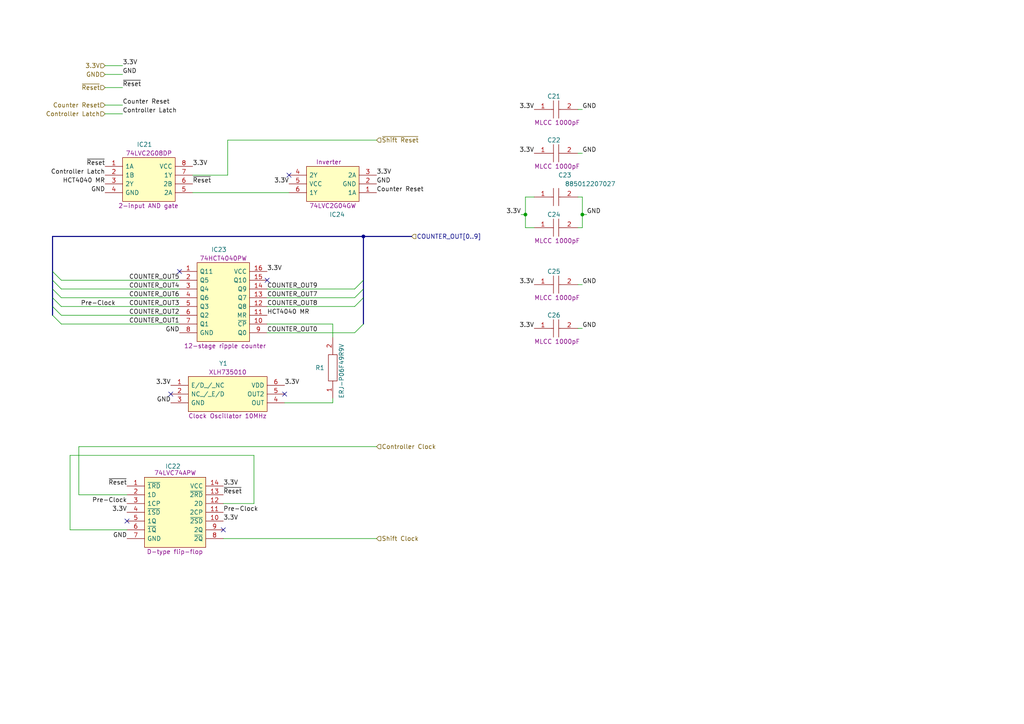
<source format=kicad_sch>
(kicad_sch (version 20230121) (generator eeschema)
  (paper "A4")
  (lib_symbols
    (symbol "Nexperia:74HCT4040PW,118" (pin_names (offset 0.762))
      (property "Reference" "IC" (at 11.43 6.35 0))
      (property "Description" "12-stage ripple counter" (at 1.27 -21.59 0))
      (property "Silk" "74HCT4040PW" (at 12.7 3.81 0))
      (symbol "74HCT4040PW,118_0_0"
        (pin passive line (at 0 0 0) (length 5.08) (name "Q11") (number "1"))
        (pin passive line (at 25.4 -15.24 180) (length 5.08) (name "~{CP}") (number "10"))
        (pin passive line (at 25.4 -12.7 180) (length 5.08) (name "MR") (number "11"))
        (pin passive line (at 25.4 -10.16 180) (length 5.08) (name "Q8") (number "12"))
        (pin passive line (at 25.4 -7.62 180) (length 5.08) (name "Q7") (number "13"))
        (pin passive line (at 25.4 -5.08 180) (length 5.08) (name "Q9") (number "14"))
        (pin passive line (at 25.4 -2.54 180) (length 5.08) (name "Q10") (number "15"))
        (pin passive line (at 25.4 0 180) (length 5.08) (name "VCC") (number "16"))
        (pin passive line (at 0 -2.54 0) (length 5.08) (name "Q5") (number "2"))
        (pin passive line (at 0 -5.08 0) (length 5.08) (name "Q4") (number "3"))
        (pin passive line (at 0 -7.62 0) (length 5.08) (name "Q6") (number "4"))
        (pin passive line (at 0 -10.16 0) (length 5.08) (name "Q3") (number "5"))
        (pin passive line (at 0 -12.7 0) (length 5.08) (name "Q2") (number "6"))
        (pin passive line (at 0 -15.24 0) (length 5.08) (name "Q1") (number "7"))
        (pin passive line (at 0 -17.78 0) (length 5.08) (name "GND") (number "8"))
        (pin passive line (at 25.4 -17.78 180) (length 5.08) (name "Q0") (number "9"))
      )
      (symbol "74HCT4040PW,118_0_1"
        (polyline (pts (xy 5.08 2.54) (xy 20.32 2.54) (xy 20.32 -20.32) (xy 5.08 -20.32) (xy 5.08 2.54)) (stroke (width 0.1524)) (fill (type background)))
      )
    )
    (symbol "Nexperia:74LVC2G04GW-Q100H" (pin_names (offset 0.762))
      (property "Reference" "IC" (at 11.43 6.35 0))
      (property "Description" "Inverter" (at 10.16 -8.89 0))
      (property "Silk" "74LVC2G04GW" (at 12.7 3.81 0))
      (symbol "74LVC2G04GW-Q100H_0_0"
        (pin passive line (at 0 0 0) (length 5.08) (name "1A") (number "1"))
        (pin passive line (at 0 -2.54 0) (length 5.08) (name "GND") (number "2"))
        (pin passive line (at 0 -5.08 0) (length 5.08) (name "2A") (number "3"))
        (pin passive line (at 25.4 -5.08 180) (length 5.08) (name "2Y") (number "4"))
        (pin passive line (at 25.4 -2.54 180) (length 5.08) (name "VCC") (number "5"))
        (pin passive line (at 25.4 0 180) (length 5.08) (name "1Y") (number "6"))
      )
      (symbol "74LVC2G04GW-Q100H_0_1"
        (polyline (pts (xy 5.08 2.54) (xy 20.32 2.54) (xy 20.32 -7.62) (xy 5.08 -7.62) (xy 5.08 2.54)) (stroke (width 0.1524)) (fill (type background)))
      )
    )
    (symbol "Nexperia:74LVC2G08DP-Q100H" (pin_names (offset 0.762))
      (property "Reference" "IC" (at 11.43 6.35 0))
      (property "Description" "2-input AND gate" (at 3.81 -11.43 0))
      (property "Silk" "74LVC2G08DP" (at 12.7 3.81 0))
      (symbol "74LVC2G08DP-Q100H_0_0"
        (pin passive line (at 0 0 0) (length 5.08) (name "1A") (number "1"))
        (pin passive line (at 0 -2.54 0) (length 5.08) (name "1B") (number "2"))
        (pin passive line (at 0 -5.08 0) (length 5.08) (name "2Y") (number "3"))
        (pin passive line (at 0 -7.62 0) (length 5.08) (name "GND") (number "4"))
        (pin passive line (at 25.4 -7.62 180) (length 5.08) (name "2A") (number "5"))
        (pin passive line (at 25.4 -5.08 180) (length 5.08) (name "2B") (number "6"))
        (pin passive line (at 25.4 -2.54 180) (length 5.08) (name "1Y") (number "7"))
        (pin passive line (at 25.4 0 180) (length 5.08) (name "VCC") (number "8"))
      )
      (symbol "74LVC2G08DP-Q100H_0_1"
        (polyline (pts (xy 5.08 2.54) (xy 20.32 2.54) (xy 20.32 -10.16) (xy 5.08 -10.16) (xy 5.08 2.54)) (stroke (width 0.1524)) (fill (type background)))
      )
    )
    (symbol "Nexperia:74LVC74APW,118" (pin_names (offset 0.762))
      (property "Reference" "IC" (at 13.335 5.715 0))
      (property "Description" "D-type flip-flop" (at 5.715 -19.05 0))
      (property "Silk" "74LVC74APW" (at 13.97 3.81 0))
      (symbol "74LVC74APW,118_0_0"
        (pin passive line (at 0 0 0) (length 5.08) (name "~{1RD}") (number "1"))
        (pin passive line (at 27.94 -10.16 180) (length 5.08) (name "~{2SD}") (number "10"))
        (pin passive line (at 27.94 -7.62 180) (length 5.08) (name "2CP") (number "11"))
        (pin passive line (at 27.94 -5.08 180) (length 5.08) (name "2D") (number "12"))
        (pin passive line (at 27.94 -2.54 180) (length 5.08) (name "~{2RD}") (number "13"))
        (pin passive line (at 27.94 0 180) (length 5.08) (name "VCC") (number "14"))
        (pin passive line (at 0 -2.54 0) (length 5.08) (name "1D") (number "2"))
        (pin passive line (at 0 -5.08 0) (length 5.08) (name "1CP") (number "3"))
        (pin passive line (at 0 -7.62 0) (length 5.08) (name "~{1SD}") (number "4"))
        (pin passive line (at 0 -10.16 0) (length 5.08) (name "1Q") (number "5"))
        (pin passive line (at 0 -12.7 0) (length 5.08) (name "~{1Q}") (number "6"))
        (pin passive line (at 0 -15.24 0) (length 5.08) (name "GND") (number "7"))
        (pin passive line (at 27.94 -15.24 180) (length 5.08) (name "~{2Q}") (number "8"))
        (pin passive line (at 27.94 -12.7 180) (length 5.08) (name "2Q") (number "9"))
      )
      (symbol "74LVC74APW,118_0_1"
        (polyline (pts (xy 5.08 2.54) (xy 22.86 2.54) (xy 22.86 -17.78) (xy 5.08 -17.78) (xy 5.08 2.54)) (stroke (width 0.1524)) (fill (type background)))
      )
    )
    (symbol "Panasonic:ERJ-P06F49R9V" (pin_names (offset 0.762))
      (property "Reference" "R" (at 13.97 6.35 0))
      (property "Value" "ERJ-P06F49R9V" (at 13.97 3.81 0))
      (symbol "ERJ-P06F49R9V_0_0"
        (pin passive line (at 0 0 0) (length 5.08) (name "~") (number "1"))
        (pin passive line (at 17.78 0 180) (length 5.08) (name "~") (number "2"))
      )
      (symbol "ERJ-P06F49R9V_0_1"
        (polyline (pts (xy 5.08 1.27) (xy 12.7 1.27) (xy 12.7 -1.27) (xy 5.08 -1.27) (xy 5.08 1.27)) (stroke (width 0.1524)))
      )
    )
    (symbol "Renesas:XLH735010.000000X" (pin_names (offset 0.762))
      (property "Reference" "Y" (at 15.24 6.35 0))
      (property "Description" "Clock Oscillator 10MHz" (at 5.08 -8.89 0))
      (property "Silk" "XLH735010" (at 16.51 3.81 0))
      (symbol "XLH735010.000000X_0_0"
        (pin passive line (at 0 0 0) (length 5.08) (name "E/D_/_NC") (number "1"))
        (pin passive line (at 0 -2.54 0) (length 5.08) (name "NC_/_E/D") (number "2"))
        (pin passive line (at 0 -5.08 0) (length 5.08) (name "GND") (number "3"))
        (pin passive line (at 33.02 -5.08 180) (length 5.08) (name "OUT") (number "4"))
        (pin passive line (at 33.02 -2.54 180) (length 5.08) (name "OUT2") (number "5"))
        (pin passive line (at 33.02 0 180) (length 5.08) (name "VDD") (number "6"))
      )
      (symbol "XLH735010.000000X_0_1"
        (polyline (pts (xy 5.08 2.54) (xy 27.94 2.54) (xy 27.94 -7.62) (xy 5.08 -7.62) (xy 5.08 2.54)) (stroke (width 0.1524)) (fill (type background)))
      )
    )
    (symbol "Wurth_Elektronik:885012207027" (pin_names (offset 0.762))
      (property "Reference" "C" (at 8.89 6.35 0))
      (property "Value" "885012207027" (at 8.89 3.81 0))
      (symbol "885012207027_0_0"
        (pin passive line (at 0 0 0) (length 5.08) (name "~") (number "1"))
        (pin passive line (at 12.7 0 180) (length 5.08) (name "~") (number "2"))
      )
      (symbol "885012207027_0_1"
        (polyline (pts (xy 5.08 0) (xy 5.588 0)) (stroke (width 0.1524)))
        (polyline (pts (xy 5.588 2.54) (xy 5.588 -2.54)) (stroke (width 0.1524)))
        (polyline (pts (xy 7.112 0) (xy 7.62 0)) (stroke (width 0.1524)))
        (polyline (pts (xy 7.112 2.54) (xy 7.112 -2.54)) (stroke (width 0.1524)))
      )
    )
    (symbol "Wurth_Elektronik:885012207033" (pin_names (offset 0.762))
      (property "Reference" "C" (at 5.715 3.81 0))
      (property "Description" "MLCC 1000pF" (at 0 -3.81 0))
      (symbol "885012207033_0_0"
        (pin passive line (at 0 0 0) (length 5.08) (name "~") (number "1"))
        (pin passive line (at 12.7 0 180) (length 5.08) (name "~") (number "2"))
      )
      (symbol "885012207033_0_1"
        (polyline (pts (xy 5.08 0) (xy 5.588 0)) (stroke (width 0.1524)))
        (polyline (pts (xy 5.588 2.54) (xy 5.588 -2.54)) (stroke (width 0.1524)))
        (polyline (pts (xy 7.112 0) (xy 7.62 0)) (stroke (width 0.1524)))
        (polyline (pts (xy 7.112 2.54) (xy 7.112 -2.54)) (stroke (width 0.1524)))
      )
    )
  )
  (junction (at 152.4 62.23))
  (junction (at 105.41 68.58))
  (junction (at 168.91 62.23))
  (no_connect (at 52.07 78.74))
  (no_connect (at 77.47 81.28))
  (no_connect (at 36.83 151.13))
  (no_connect (at 64.77 153.67))
  (no_connect (at 49.53 114.3))
  (no_connect (at 82.55 114.3))
  (no_connect (at 83.82 50.8))
  (bus_entry (at 17.78 93.98) (size -2.54 -2.54))
  (bus_entry (at 105.41 93.98) (size -2.54 2.54))
  (bus_entry (at 105.41 86.36) (size -2.54 2.54))
  (bus_entry (at 105.41 81.28) (size -2.54 2.54))
  (bus_entry (at 105.41 83.82) (size -2.54 2.54))
  (bus_entry (at 17.78 81.28) (size -2.54 -2.54))
  (bus_entry (at 17.78 88.9) (size -2.54 -2.54))
  (bus_entry (at 17.78 91.44) (size -2.54 -2.54))
  (bus_entry (at 17.78 86.36) (size -2.54 -2.54))
  (bus_entry (at 17.78 83.82) (size -2.54 -2.54))
  (wire (pts (xy 36.83 143.51) (xy 22.86 143.51)))
  (bus (pts (xy 15.24 86.36) (xy 15.24 88.9)))
  (wire (pts (xy 22.86 129.54) (xy 109.22 129.54)))
  (bus (pts (xy 15.24 78.74) (xy 15.24 81.28)))
  (wire (pts (xy 77.47 93.98) (xy 96.52 93.98)))
  (bus (pts (xy 15.24 83.82) (xy 15.24 86.36)))
  (wire (pts (xy 73.66 132.08) (xy 73.66 146.05)))
  (bus (pts (xy 119.38 68.58) (xy 105.41 68.58)))
  (wire (pts (xy 64.77 156.21) (xy 109.22 156.21)))
  (wire (pts (xy 17.78 81.28) (xy 52.07 81.28)))
  (wire (pts (xy 154.94 66.04) (xy 152.4 66.04)))
  (wire (pts (xy 66.04 40.64) (xy 109.22 40.64)))
  (wire (pts (xy 66.04 50.8) (xy 66.04 40.64)))
  (wire (pts (xy 30.48 30.48) (xy 35.56 30.48)))
  (wire (pts (xy 168.91 57.15) (xy 167.64 57.15)))
  (bus (pts (xy 105.41 86.36) (xy 105.41 93.98)))
  (wire (pts (xy 30.48 21.59) (xy 35.56 21.59)))
  (bus (pts (xy 105.41 83.82) (xy 105.41 81.28)))
  (wire (pts (xy 77.47 96.52) (xy 102.87 96.52)))
  (wire (pts (xy 77.47 88.9) (xy 102.87 88.9)))
  (wire (pts (xy 30.48 25.4) (xy 35.56 25.4)))
  (wire (pts (xy 22.86 143.51) (xy 22.86 129.54)))
  (wire (pts (xy 96.52 116.84) (xy 82.55 116.84)))
  (wire (pts (xy 167.64 31.75) (xy 168.91 31.75)))
  (wire (pts (xy 96.52 93.98) (xy 96.52 97.79)))
  (wire (pts (xy 17.78 83.82) (xy 52.07 83.82)))
  (wire (pts (xy 96.52 115.57) (xy 96.52 116.84)))
  (wire (pts (xy 17.78 91.44) (xy 52.07 91.44)))
  (bus (pts (xy 15.24 81.28) (xy 15.24 83.82)))
  (wire (pts (xy 36.83 153.67) (xy 20.32 153.67)))
  (wire (pts (xy 152.4 57.15) (xy 154.94 57.15)))
  (wire (pts (xy 77.47 86.36) (xy 102.87 86.36)))
  (bus (pts (xy 105.41 81.28) (xy 105.41 68.58)))
  (wire (pts (xy 77.47 83.82) (xy 102.87 83.82)))
  (wire (pts (xy 167.64 44.45) (xy 168.91 44.45)))
  (wire (pts (xy 20.32 153.67) (xy 20.32 132.08)))
  (wire (pts (xy 73.66 146.05) (xy 64.77 146.05)))
  (wire (pts (xy 55.88 50.8) (xy 66.04 50.8)))
  (wire (pts (xy 55.88 55.88) (xy 83.82 55.88)))
  (wire (pts (xy 167.64 82.55) (xy 168.91 82.55)))
  (wire (pts (xy 168.91 62.23) (xy 170.18 62.23)))
  (bus (pts (xy 105.41 86.36) (xy 105.41 83.82)))
  (wire (pts (xy 167.64 66.04) (xy 168.91 66.04)))
  (bus (pts (xy 105.41 68.58) (xy 15.24 68.58)))
  (wire (pts (xy 30.48 19.05) (xy 35.56 19.05)))
  (bus (pts (xy 15.24 68.58) (xy 15.24 78.74)))
  (wire (pts (xy 167.64 95.25) (xy 168.91 95.25)))
  (wire (pts (xy 17.78 86.36) (xy 52.07 86.36)))
  (wire (pts (xy 17.78 88.9) (xy 52.07 88.9)))
  (wire (pts (xy 151.13 62.23) (xy 152.4 62.23)))
  (bus (pts (xy 15.24 88.9) (xy 15.24 91.44)))
  (wire (pts (xy 17.78 93.98) (xy 52.07 93.98)))
  (wire (pts (xy 168.91 62.23) (xy 168.91 66.04)))
  (wire (pts (xy 20.32 132.08) (xy 73.66 132.08)))
  (wire (pts (xy 152.4 62.23) (xy 152.4 57.15)))
  (wire (pts (xy 152.4 66.04) (xy 152.4 62.23)))
  (wire (pts (xy 168.91 57.15) (xy 168.91 62.23)))
  (wire (pts (xy 30.48 33.02) (xy 35.56 33.02)))
  (label "COUNTER_OUT8" (at 77.47 88.9 0))
  (label "COUNTER_OUT0" (at 77.47 96.52 0))
  (label "GND" (at 170.18 62.23 0))
  (label "COUNTER_OUT2" (at 52.07 91.44 180))
  (label "~{Reset}" (at 55.88 53.34 0))
  (label "3.3V" (at 83.82 53.34 180))
  (label "3.3V" (at 64.77 151.13 0))
  (label "GND" (at 49.53 116.84 180))
  (label "3.3V" (at 55.88 48.26 0))
  (label "COUNTER_OUT9" (at 77.47 83.82 0))
  (label "Counter Reset" (at 109.22 55.88 0))
  (label "GND" (at 35.56 21.59 0))
  (label "COUNTER_OUT1" (at 52.07 93.98 180))
  (label "HCT4040 MR" (at 30.48 53.34 180))
  (label "~{Reset}" (at 36.83 140.97 180))
  (label "COUNTER_OUT3" (at 52.07 88.9 180))
  (label "3.3V" (at 154.94 31.75 180))
  (label "3.3V" (at 154.94 95.25 180))
  (label "GND" (at 168.91 44.45 0))
  (label "Controller Latch" (at 35.56 33.02 0))
  (label "3.3V" (at 109.22 50.8 0))
  (label "~{Reset}" (at 35.56 25.4 0))
  (label "GND" (at 36.83 156.21 180))
  (label "3.3V" (at 36.83 148.59 180))
  (label "3.3V" (at 77.47 78.74 0))
  (label "COUNTER_OUT5" (at 52.07 81.28 180))
  (label "GND" (at 109.22 53.34 0))
  (label "GND" (at 168.91 82.55 0))
  (label "3.3V" (at 154.94 44.45 180))
  (label "COUNTER_OUT7" (at 77.47 86.36 0))
  (label "COUNTER_OUT6" (at 52.07 86.36 180))
  (label "Pre-Clock" (at 36.83 146.05 180))
  (label "3.3V" (at 64.77 140.97 0))
  (label "~{Reset}" (at 30.48 48.26 180))
  (label "GND" (at 30.48 55.88 180))
  (label "Pre-Clock" (at 33.528 88.9 180))
  (label "COUNTER_OUT4" (at 52.07 83.82 180))
  (label "3.3V" (at 154.94 82.55 180))
  (label "~{Reset}" (at 64.77 143.51 0))
  (label "GND" (at 52.07 96.52 180))
  (label "Pre-Clock" (at 64.77 148.59 0))
  (label "GND" (at 168.91 31.75 0))
  (label "3.3V" (at 151.13 62.23 180))
  (label "HCT4040 MR" (at 77.47 91.44 0))
  (label "Controller Latch" (at 30.48 50.8 180))
  (label "3.3V" (at 82.55 111.76 0))
  (label "Counter Reset" (at 35.56 30.48 0))
  (label "GND" (at 168.91 95.25 0))
  (label "3.3V" (at 35.56 19.05 0))
  (label "3.3V" (at 49.53 111.76 180))
  (hierarchical_label "GND" (shape input) (at 30.48 21.59 180))
  (hierarchical_label "~{Reset}" (shape input) (at 30.48 25.4 180))
  (hierarchical_label "3.3V" (shape input) (at 30.48 19.05 180))
  (hierarchical_label "Controller Latch" (shape input) (at 30.48 33.02 180))
  (hierarchical_label "Controller Clock" (shape input) (at 109.22 129.54 0))
  (hierarchical_label "COUNTER_OUT[0..9]" (shape input) (at 119.38 68.58 0))
  (hierarchical_label "~{Shift Reset}" (shape input) (at 109.22 40.64 0))
  (hierarchical_label "Shift Clock" (shape input) (at 109.22 156.21 0))
  (hierarchical_label "Counter Reset" (shape input) (at 30.48 30.48 180))
  (symbol (lib_id "Nexperia:74LVC2G08DP-Q100H") (at 30.48 48.26 0) (unit 1)
    (property "Reference" "IC21" (at 41.91 41.91 0))
    (property "Value" "74LVC2G08DP-Q100H" (effects hide))
    (property "Footprint" "SOP65P400X110-8N" (effects hide))
    (property "Datasheet" "https://assets.nexperia.com/documents/data-sheet/74LVC2G08_Q100.pdf" (effects hide))
    (property "Description" "2-input AND gate" (at 34.29 59.69 0) (effects (justify left)))
    (property "Height" "1.1" (effects hide))
    (property "Manufacturer_Name" "Nexperia" (effects hide))
    (property "Manufacturer_Part_Number" "74LVC2G08DP-Q100H" (effects hide))
    (property "Mouser Part Number" "771-74LVC2G08DPQ100H" (effects hide))
    (property "Mouser Price/Stock" "https://www.mouser.co.uk/ProductDetail/Nexperia/74LVC2G08DP-Q100H?qs=fi7yB2oewZnJ07IC2YGuEQ%3D%3D" (effects hide))
    (property "Arrow Part Number" "74LVC2G08DP-Q100H" (effects hide))
    (property "Arrow Price/Stock" "https://www.arrow.com/en/products/74lvc2g08dp-q100h/nexperia?region=nac" (effects hide))
    (property "Silk" "74LVC2G08DP" (at 43.18 44.45 0))
  )
  (symbol (lib_id "Nexperia:74LVC2G04GW-Q100H") (at 109.22 55.88 180) (unit 1)
    (property "Reference" "IC24" (at 97.79 62.23 0))
    (property "Value" "74LVC2G04GW-Q100H" (effects hide))
    (property "Footprint" "SOP65P210X110-6N" (effects hide))
    (property "Datasheet" "https://assets.nexperia.com/documents/data-sheet/74LVC2G04_Q100.pdf" (effects hide))
    (property "Description" "Inverter" (at 99.06 46.99 0) (effects (justify left)))
    (property "Height" "1.1" (effects hide))
    (property "Manufacturer_Name" "Nexperia" (effects hide))
    (property "Manufacturer_Part_Number" "74LVC2G04GW-Q100H" (effects hide))
    (property "Mouser Part Number" "771-74LVC2G04GWQ100H" (effects hide))
    (property "Mouser Price/Stock" "https://www.mouser.co.uk/ProductDetail/Nexperia/74LVC2G04GW-Q100H?qs=Yna0arPQ0CQTXbBDVSrZqQ%3D%3D" (effects hide))
    (property "Arrow Part Number" "74LVC2G04GW-Q100H" (effects hide))
    (property "Arrow Price/Stock" "https://www.arrow.com/en/products/74lvc2g04gw-q100h/nexperia" (effects hide))
    (property "Silk" "74LVC2G04GW" (at 96.52 59.69 0))
  )
  (symbol (lib_id "Renesas:XLH735010.000000X") (at 49.53 111.76 0) (unit 1)
    (property "Reference" "Y1" (at 64.77 105.41 0))
    (property "Value" "XLH735010.000000X" (effects hide))
    (property "Footprint" "XLH735010000000X" (effects hide))
    (property "Datasheet" "https://www.mouser.co.za/datasheet/2/698/REN_XL_Crystal_Oscillators_Datasheet_DST_20220111-1954959.pdf" (effects hide))
    (property "Description" "Clock Oscillator 10MHz" (at 54.61 120.65 0) (effects (justify left)))
    (property "Height" "1.45" (effects hide))
    (property "Manufacturer_Name" "IDT" (effects hide))
    (property "Manufacturer_Part_Number" "XLH735010.000000X" (effects hide))
    (property "Mouser Part Number" "972-XLH735010000000X" (effects hide))
    (property "Mouser Price/Stock" "https://www.mouser.com/Search/Refine.aspx?Keyword=972-XLH735010000000X" (effects hide))
    (property "Silk" "XLH735010" (at 66.04 107.95 0))
  )
  (symbol (lib_id "Nexperia:74HCT4040PW,118") (at 52.07 78.74 0) (unit 1)
    (property "Reference" "IC23" (at 63.5 72.39 0))
    (property "Value" "74HCT4040PW,118" (effects hide))
    (property "Footprint" "SOP65P640X110-16N" (effects hide))
    (property "Datasheet" "https://assets.nexperia.com/documents/data-sheet/74HC_HCT4040.pdf" (effects hide))
    (property "Description" "12-stage ripple counter" (at 53.34 100.33 0) (effects (justify left)))
    (property "Height" "1.1" (effects hide))
    (property "Manufacturer_Name" "Nexperia" (effects hide))
    (property "Manufacturer_Part_Number" "74HCT4040PW,118" (effects hide))
    (property "Mouser Part Number" "771-HCT4040PW118" (effects hide))
    (property "Mouser Price/Stock" "https://www.mouser.co.uk/ProductDetail/Nexperia/74HCT4040PW118?qs=me8TqzrmIYWO3Xv2GCrOxg%3D%3D" (effects hide))
    (property "Arrow Part Number" "74HCT4040PW,118" (effects hide))
    (property "Arrow Price/Stock" "https://www.arrow.com/en/products/74hct4040pw118/nexperia" (effects hide))
    (property "Silk" "74HCT4040PW" (at 64.77 74.93 0))
  )
  (symbol (lib_id "Wurth_Elektronik:885012207027") (at 154.94 57.15 0) (unit 1)
    (property "Reference" "C23" (at 163.83 50.8 0))
    (property "Value" "885012207027" (at 163.83 53.34 0) (effects (justify left)))
    (property "Footprint" "CAPC2012X90N" (effects hide))
    (property "Datasheet" "https://katalog.we-online.com/pbs/datasheet/885012207027.pdf" (effects hide))
    (property "Description" "Multilayer Ceramic Chip Capacitor WCAP-CSGP Series 0805 100pF X7R0805101K016DFCT10000" (effects hide))
    (property "Height" "0.9" (effects hide))
    (property "Mouser Part Number" "710-885012207027" (effects hide))
    (property "Mouser Price/Stock" "https://www.mouser.co.uk/ProductDetail/Wurth-Elektronik/885012207027?qs=0KOYDY2FL28IWYVDh0DkrQ%3D%3D" (effects hide))
    (property "Manufacturer_Name" "Wurth Elektronik" (effects hide))
    (property "Manufacturer_Part_Number" "885012207027" (effects hide))
  )
  (symbol (lib_id "Wurth_Elektronik:885012207033") (at 154.94 31.75 0) (unit 1)
    (property "Reference" "C21" (at 160.655 27.94 0))
    (property "Value" "885012207033" (effects hide))
    (property "Footprint" "CAPC2012X90N" (effects hide))
    (property "Datasheet" "https://katalog.we-online.com/pbs/datasheet/885012207033.pdf" (effects hide))
    (property "Description" "MLCC 1000pF" (at 154.94 35.56 0) (effects (justify left)))
    (property "Height" "0.9" (effects hide))
    (property "Mouser Part Number" "710-885012207033" (effects hide))
    (property "Mouser Price/Stock" "https://www.mouser.co.uk/ProductDetail/Wurth-Elektronik/885012207033?qs=0KOYDY2FL28ky2lrUPvQ%2Fw%3D%3D" (effects hide))
    (property "Manufacturer_Name" "Wurth Elektronik" (effects hide))
    (property "Manufacturer_Part_Number" "885012207033" (effects hide))
  )
  (symbol (lib_id "Nexperia:74LVC74APW,118") (at 36.83 140.97 0) (unit 1)
    (property "Reference" "IC22" (at 50.165 135.255 0))
    (property "Value" "74LVC74APW,118" (effects hide))
    (property "Footprint" "SOP65P640X110-14N" (effects hide))
    (property "Datasheet" "https://assets.nexperia.com/documents/data-sheet/74LVC74A.pdf" (effects hide))
    (property "Description" "D-type flip-flop" (at 42.545 160.02 0) (effects (justify left)))
    (property "Height" "1.1" (effects hide))
    (property "Mouser Part Number" "771-74LVC74APW-T" (effects hide))
    (property "Mouser Price/Stock" "https://www.mouser.co.uk/ProductDetail/Nexperia/74LVC74APW118?qs=me8TqzrmIYVtXwVfet0lzw%3D%3D" (effects hide))
    (property "Manufacturer_Name" "Nexperia" (effects hide))
    (property "Manufacturer_Part_Number" "74LVC74APW,118" (effects hide))
    (property "Silk" "74LVC74APW" (at 50.8 137.16 0))
  )
  (symbol (lib_id "Wurth_Elektronik:885012207033") (at 154.94 95.25 0) (unit 1)
    (property "Reference" "C26" (at 160.655 91.44 0))
    (property "Value" "885012207033" (effects hide))
    (property "Footprint" "CAPC2012X90N" (effects hide))
    (property "Datasheet" "https://katalog.we-online.com/pbs/datasheet/885012207033.pdf" (effects hide))
    (property "Description" "MLCC 1000pF" (at 154.94 99.06 0) (effects (justify left)))
    (property "Height" "0.9" (effects hide))
    (property "Mouser Part Number" "710-885012207033" (effects hide))
    (property "Mouser Price/Stock" "https://www.mouser.co.uk/ProductDetail/Wurth-Elektronik/885012207033?qs=0KOYDY2FL28ky2lrUPvQ%2Fw%3D%3D" (effects hide))
    (property "Manufacturer_Name" "Wurth Elektronik" (effects hide))
    (property "Manufacturer_Part_Number" "885012207033" (effects hide))
  )
  (symbol (lib_id "Wurth_Elektronik:885012207033") (at 154.94 44.45 0) (unit 1)
    (property "Reference" "C22" (at 160.655 40.64 0))
    (property "Value" "885012207033" (effects hide))
    (property "Footprint" "CAPC2012X90N" (effects hide))
    (property "Datasheet" "https://katalog.we-online.com/pbs/datasheet/885012207033.pdf" (effects hide))
    (property "Description" "MLCC 1000pF" (at 154.94 48.26 0) (effects (justify left)))
    (property "Height" "0.9" (effects hide))
    (property "Mouser Part Number" "710-885012207033" (effects hide))
    (property "Mouser Price/Stock" "https://www.mouser.co.uk/ProductDetail/Wurth-Elektronik/885012207033?qs=0KOYDY2FL28ky2lrUPvQ%2Fw%3D%3D" (effects hide))
    (property "Manufacturer_Name" "Wurth Elektronik" (effects hide))
    (property "Manufacturer_Part_Number" "885012207033" (effects hide))
  )
  (symbol (lib_id "Panasonic:ERJ-P06F49R9V") (at 96.52 115.57 90) (unit 1)
    (property "Reference" "R1" (at 91.44 106.68 90) (effects (justify right)))
    (property "Value" "ERJ-P06F49R9V" (at 99.06 115.57 0) (effects (justify left)))
    (property "Footprint" "ERJP06__0805_" (effects hide))
    (property "Datasheet" "https://industrial.panasonic.com/cdbs/www-data/pdf/RDO0000/AOA0000C331.pdf" (effects hide))
    (property "Description" "Thick Film Resistors - SMD 0805 49.9ohms 0.5W 1% AEC-Q200" (effects hide))
    (property "Height" "0.7" (effects hide))
    (property "Manufacturer_Name" "Panasonic" (effects hide))
    (property "Manufacturer_Part_Number" "ERJ-P06F49R9V" (effects hide))
    (property "Mouser Part Number" "667-ERJ-P06F49R9V" (effects hide))
    (property "Mouser Price/Stock" "https://www.mouser.com/Search/Refine.aspx?Keyword=667-ERJ-P06F49R9V" (effects hide))
    (property "Arrow Part Number" "ERJ-P06F49R9V" (effects hide))
    (property "Arrow Price/Stock" "https://www.arrow.com/en/products/erj-p06f49r9v/panasonic" (effects hide))
  )
  (symbol (lib_id "Wurth_Elektronik:885012207033") (at 154.94 82.55 0) (unit 1)
    (property "Reference" "C25" (at 160.655 78.74 0))
    (property "Value" "885012207033" (effects hide))
    (property "Footprint" "CAPC2012X90N" (effects hide))
    (property "Datasheet" "https://katalog.we-online.com/pbs/datasheet/885012207033.pdf" (effects hide))
    (property "Description" "MLCC 1000pF" (at 154.94 86.36 0) (effects (justify left)))
    (property "Height" "0.9" (effects hide))
    (property "Mouser Part Number" "710-885012207033" (effects hide))
    (property "Mouser Price/Stock" "https://www.mouser.co.uk/ProductDetail/Wurth-Elektronik/885012207033?qs=0KOYDY2FL28ky2lrUPvQ%2Fw%3D%3D" (effects hide))
    (property "Manufacturer_Name" "Wurth Elektronik" (effects hide))
    (property "Manufacturer_Part_Number" "885012207033" (effects hide))
  )
  (symbol (lib_id "Wurth_Elektronik:885012207033") (at 154.94 66.04 0) (unit 1)
    (property "Reference" "C24" (at 160.655 62.23 0))
    (property "Value" "885012207033" (effects hide))
    (property "Footprint" "CAPC2012X90N" (effects hide))
    (property "Datasheet" "https://katalog.we-online.com/pbs/datasheet/885012207033.pdf" (effects hide))
    (property "Description" "MLCC 1000pF" (at 154.94 69.85 0) (effects (justify left)))
    (property "Height" "0.9" (effects hide))
    (property "Mouser Part Number" "710-885012207033" (effects hide))
    (property "Mouser Price/Stock" "https://www.mouser.co.uk/ProductDetail/Wurth-Elektronik/885012207033?qs=0KOYDY2FL28ky2lrUPvQ%2Fw%3D%3D" (effects hide))
    (property "Manufacturer_Name" "Wurth Elektronik" (effects hide))
    (property "Manufacturer_Part_Number" "885012207033" (effects hide))
  )
)
</source>
